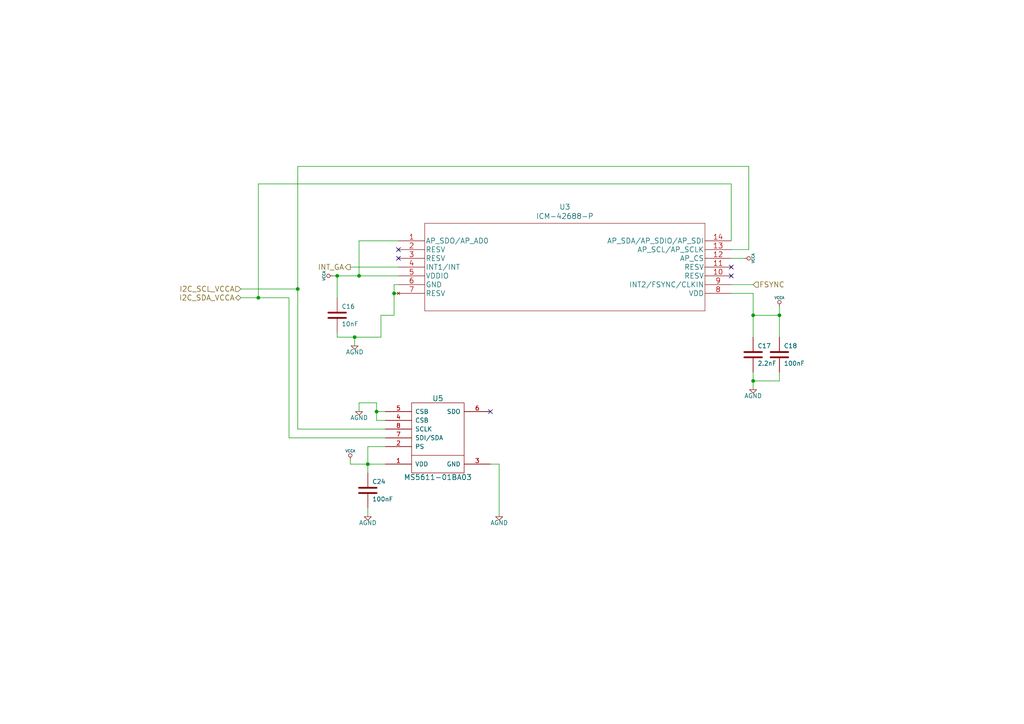
<source format=kicad_sch>
(kicad_sch (version 20211123) (generator eeschema)

  (uuid d91b4df3-08ca-4c95-92de-3004566cf2e7)

  (paper "A4")

  (title_block
    (title "IMU Board")
    (date "2021-08-29")
    (rev "Final")
    (company "ITCR Based on Bitcraze repository")
  )

  (lib_symbols
    (symbol "Crazyflie-contol-board-rescue:AGND" (power) (pin_names (offset 0.254)) (in_bom yes) (on_board yes)
      (property "Reference" "#PWR" (id 0) (at 0 0 0)
        (effects (font (size 1.016 1.016)) hide)
      )
      (property "Value" "AGND" (id 1) (at 0 -1.778 0)
        (effects (font (size 1.27 1.27)))
      )
      (property "Footprint" "" (id 2) (at 0 0 0)
        (effects (font (size 1.27 1.27)) hide)
      )
      (property "Datasheet" "" (id 3) (at 0 0 0)
        (effects (font (size 1.27 1.27)) hide)
      )
      (symbol "AGND_0_1"
        (polyline
          (pts
            (xy -1.016 0)
            (xy 1.016 0)
            (xy 0 -1.016)
            (xy -1.016 0)
          )
          (stroke (width 0) (type default) (color 0 0 0 0))
          (fill (type none))
        )
      )
      (symbol "AGND_1_1"
        (pin power_in line (at 0 0 90) (length 0) hide
          (name "AGND" (effects (font (size 1.016 1.016))))
          (number "1" (effects (font (size 1.016 1.016))))
        )
      )
    )
    (symbol "Crazyflie-contol-board-rescue:C" (pin_numbers hide) (pin_names (offset 0.254)) (in_bom yes) (on_board yes)
      (property "Reference" "C" (id 0) (at 1.27 2.54 0)
        (effects (font (size 1.27 1.27)) (justify left))
      )
      (property "Value" "C" (id 1) (at 1.27 -2.54 0)
        (effects (font (size 1.27 1.27)) (justify left))
      )
      (property "Footprint" "" (id 2) (at 0 0 0)
        (effects (font (size 1.27 1.27)) hide)
      )
      (property "Datasheet" "" (id 3) (at 0 0 0)
        (effects (font (size 1.27 1.27)) hide)
      )
      (property "ki_fp_filters" "SM* C? C1-1" (id 4) (at 0 0 0)
        (effects (font (size 1.27 1.27)) hide)
      )
      (symbol "C_0_1"
        (polyline
          (pts
            (xy -2.54 -0.762)
            (xy 2.54 -0.762)
          )
          (stroke (width 0.508) (type default) (color 0 0 0 0))
          (fill (type none))
        )
        (polyline
          (pts
            (xy -2.54 0.762)
            (xy 2.54 0.762)
          )
          (stroke (width 0.508) (type default) (color 0 0 0 0))
          (fill (type none))
        )
      )
      (symbol "C_1_1"
        (pin passive line (at 0 5.08 270) (length 4.318)
          (name "~" (effects (font (size 1.016 1.016))))
          (number "1" (effects (font (size 1.016 1.016))))
        )
        (pin passive line (at 0 -5.08 90) (length 4.318)
          (name "~" (effects (font (size 1.016 1.016))))
          (number "2" (effects (font (size 1.016 1.016))))
        )
      )
    )
    (symbol "Crazyflie-contol-board-rescue:MS5611-01BA01" (pin_names (offset 1.016)) (in_bom yes) (on_board yes)
      (property "Reference" "U" (id 0) (at 0 11.43 0)
        (effects (font (size 1.524 1.524)))
      )
      (property "Value" "MS5611-01BA01" (id 1) (at 0 -11.43 0)
        (effects (font (size 1.524 1.524)))
      )
      (property "Footprint" "" (id 2) (at 0 0 0)
        (effects (font (size 1.27 1.27)) hide)
      )
      (property "Datasheet" "" (id 3) (at 0 0 0)
        (effects (font (size 1.27 1.27)) hide)
      )
      (symbol "MS5611-01BA01_0_1"
        (rectangle (start -7.62 10.16) (end 7.62 -10.16)
          (stroke (width 0) (type default) (color 0 0 0 0))
          (fill (type none))
        )
        (polyline
          (pts
            (xy -7.62 -5.08)
            (xy 7.62 -5.08)
          )
          (stroke (width 0) (type default) (color 0 0 0 0))
          (fill (type none))
        )
      )
      (symbol "MS5611-01BA01_1_1"
        (pin power_in line (at -15.24 -7.62 0) (length 7.62)
          (name "VDD" (effects (font (size 1.27 1.27))))
          (number "1" (effects (font (size 1.27 1.27))))
        )
        (pin input line (at -15.24 -2.54 0) (length 7.62)
          (name "PS" (effects (font (size 1.27 1.27))))
          (number "2" (effects (font (size 1.27 1.27))))
        )
        (pin power_in line (at 15.24 -7.62 180) (length 7.62)
          (name "GND" (effects (font (size 1.27 1.27))))
          (number "3" (effects (font (size 1.27 1.27))))
        )
        (pin input line (at -15.24 5.08 0) (length 7.62)
          (name "CSB" (effects (font (size 1.27 1.27))))
          (number "4" (effects (font (size 1.27 1.27))))
        )
        (pin input line (at -15.24 7.62 0) (length 7.62)
          (name "CSB" (effects (font (size 1.27 1.27))))
          (number "5" (effects (font (size 1.27 1.27))))
        )
        (pin bidirectional line (at 15.24 7.62 180) (length 7.62)
          (name "SDO" (effects (font (size 1.27 1.27))))
          (number "6" (effects (font (size 1.27 1.27))))
        )
        (pin bidirectional line (at -15.24 0 0) (length 7.62)
          (name "SDI/SDA" (effects (font (size 1.27 1.27))))
          (number "7" (effects (font (size 1.27 1.27))))
        )
        (pin bidirectional line (at -15.24 2.54 0) (length 7.62)
          (name "SCLK" (effects (font (size 1.27 1.27))))
          (number "8" (effects (font (size 1.27 1.27))))
        )
      )
    )
    (symbol "Crazyflie-contol-board-rescue:VCCA" (power) (pin_names (offset 0)) (in_bom yes) (on_board yes)
      (property "Reference" "#PWR" (id 0) (at 0 2.54 0)
        (effects (font (size 0.762 0.762)) hide)
      )
      (property "Value" "VCCA" (id 1) (at 0 2.54 0)
        (effects (font (size 0.762 0.762)))
      )
      (property "Footprint" "" (id 2) (at 0 0 0)
        (effects (font (size 1.27 1.27)) hide)
      )
      (property "Datasheet" "" (id 3) (at 0 0 0)
        (effects (font (size 1.27 1.27)) hide)
      )
      (symbol "VCCA_0_0"
        (pin power_in line (at 0 0 90) (length 0) hide
          (name "VCCA" (effects (font (size 0.508 0.508))))
          (number "1" (effects (font (size 0.508 0.508))))
        )
      )
      (symbol "VCCA_0_1"
        (polyline
          (pts
            (xy 0 0)
            (xy 0 0.762)
            (xy 0 0.762)
          )
          (stroke (width 0) (type default) (color 0 0 0 0))
          (fill (type none))
        )
        (circle (center 0 1.27) (radius 0.508)
          (stroke (width 0) (type default) (color 0 0 0 0))
          (fill (type none))
        )
      )
    )
    (symbol "ICM:ICM-42688-P" (pin_names (offset 0.254)) (in_bom yes) (on_board yes)
      (property "Reference" "U" (id 0) (at 48.26 10.16 0)
        (effects (font (size 1.524 1.524)))
      )
      (property "Value" "ICM_ICM-42688-P" (id 1) (at 48.26 7.62 0)
        (effects (font (size 1.524 1.524)))
      )
      (property "Footprint" "LGA14_2P5X3X0P91_IVS" (id 2) (at 48.26 6.096 0)
        (effects (font (size 1.524 1.524)) hide)
      )
      (property "Datasheet" "" (id 3) (at 0 0 0)
        (effects (font (size 1.524 1.524)))
      )
      (property "ki_locked" "" (id 4) (at 0 0 0)
        (effects (font (size 1.27 1.27)))
      )
      (property "ki_fp_filters" "LGA14_2P5X3X0P91_IVS LGA14_2P5X3X0P91_IVS-M LGA14_2P5X3X0P91_IVS-L" (id 5) (at 0 0 0)
        (effects (font (size 1.27 1.27)) hide)
      )
      (symbol "ICM-42688-P_1_1"
        (polyline
          (pts
            (xy 7.62 -20.32)
            (xy 88.9 -20.32)
          )
          (stroke (width 0.127) (type default) (color 0 0 0 0))
          (fill (type none))
        )
        (polyline
          (pts
            (xy 7.62 5.08)
            (xy 7.62 -20.32)
          )
          (stroke (width 0.127) (type default) (color 0 0 0 0))
          (fill (type none))
        )
        (polyline
          (pts
            (xy 88.9 -20.32)
            (xy 88.9 5.08)
          )
          (stroke (width 0.127) (type default) (color 0 0 0 0))
          (fill (type none))
        )
        (polyline
          (pts
            (xy 88.9 5.08)
            (xy 7.62 5.08)
          )
          (stroke (width 0.127) (type default) (color 0 0 0 0))
          (fill (type none))
        )
        (pin bidirectional line (at 0 0 0) (length 7.62)
          (name "AP_SDO/AP_AD0" (effects (font (size 1.4986 1.4986))))
          (number "1" (effects (font (size 1.4986 1.4986))))
        )
        (pin no_connect line (at 96.52 -10.16 180) (length 7.62)
          (name "RESV" (effects (font (size 1.4986 1.4986))))
          (number "10" (effects (font (size 1.4986 1.4986))))
        )
        (pin no_connect line (at 96.52 -7.62 180) (length 7.62)
          (name "RESV" (effects (font (size 1.4986 1.4986))))
          (number "11" (effects (font (size 1.4986 1.4986))))
        )
        (pin unspecified line (at 96.52 -5.08 180) (length 7.62)
          (name "AP_CS" (effects (font (size 1.4986 1.4986))))
          (number "12" (effects (font (size 1.4986 1.4986))))
        )
        (pin unspecified line (at 96.52 -2.54 180) (length 7.62)
          (name "AP_SCL/AP_SCLK" (effects (font (size 1.4986 1.4986))))
          (number "13" (effects (font (size 1.4986 1.4986))))
        )
        (pin unspecified line (at 96.52 0 180) (length 7.62)
          (name "AP_SDA/AP_SDIO/AP_SDI" (effects (font (size 1.4986 1.4986))))
          (number "14" (effects (font (size 1.4986 1.4986))))
        )
        (pin no_connect line (at 0 -2.54 0) (length 7.62)
          (name "RESV" (effects (font (size 1.4986 1.4986))))
          (number "2" (effects (font (size 1.4986 1.4986))))
        )
        (pin no_connect line (at 0 -5.08 0) (length 7.62)
          (name "RESV" (effects (font (size 1.4986 1.4986))))
          (number "3" (effects (font (size 1.4986 1.4986))))
        )
        (pin bidirectional line (at 0 -7.62 0) (length 7.62)
          (name "INT1/INT" (effects (font (size 1.4986 1.4986))))
          (number "4" (effects (font (size 1.4986 1.4986))))
        )
        (pin power_in line (at 0 -10.16 0) (length 7.62)
          (name "VDDIO" (effects (font (size 1.4986 1.4986))))
          (number "5" (effects (font (size 1.4986 1.4986))))
        )
        (pin power_in line (at 0 -12.7 0) (length 7.62)
          (name "GND" (effects (font (size 1.4986 1.4986))))
          (number "6" (effects (font (size 1.4986 1.4986))))
        )
        (pin no_connect line (at 0 -15.24 0) (length 7.62)
          (name "RESV" (effects (font (size 1.4986 1.4986))))
          (number "7" (effects (font (size 1.4986 1.4986))))
        )
        (pin power_in line (at 96.52 -15.24 180) (length 7.62)
          (name "VDD" (effects (font (size 1.4986 1.4986))))
          (number "8" (effects (font (size 1.4986 1.4986))))
        )
        (pin bidirectional line (at 96.52 -12.7 180) (length 7.62)
          (name "INT2/FSYNC/CLKIN" (effects (font (size 1.4986 1.4986))))
          (number "9" (effects (font (size 1.4986 1.4986))))
        )
      )
    )
  )

  (junction (at 97.79 80.01) (diameter 0) (color 0 0 0 0)
    (uuid 02b1295e-cf95-47ff-9c57-f8ada28f2e94)
  )
  (junction (at 106.68 134.62) (diameter 0) (color 0 0 0 0)
    (uuid 0674c5a1-ca4b-4b6b-aa60-3847e1a37d52)
  )
  (junction (at 109.22 119.38) (diameter 0) (color 0 0 0 0)
    (uuid 0aa1e38d-f07a-4820-b628-a171234563bb)
  )
  (junction (at 114.3 85.09) (diameter 0) (color 0 0 0 0)
    (uuid 4d55ddc7-73be-49f7-98ea-a0ba474cbdb0)
  )
  (junction (at 104.14 80.01) (diameter 0) (color 0 0 0 0)
    (uuid 624c6565-c4fd-4d29-87af-f77dd1ba0898)
  )
  (junction (at 102.87 97.79) (diameter 0) (color 0 0 0 0)
    (uuid 7684f860-395c-40b3-8cc0-a644dcdbc220)
  )
  (junction (at 74.93 86.36) (diameter 0) (color 0 0 0 0)
    (uuid 92ec60c8-e914-4456-8d37-4b88fc0eb9c6)
  )
  (junction (at 218.44 110.49) (diameter 0) (color 0 0 0 0)
    (uuid 9bac5a37-2a55-41dd-96ea-ec02b69e3ef4)
  )
  (junction (at 226.06 91.44) (diameter 0) (color 0 0 0 0)
    (uuid acfcaba7-a8b8-4c21-a793-d3e0373f34dc)
  )
  (junction (at 218.44 91.44) (diameter 0) (color 0 0 0 0)
    (uuid b7ed4c31-5417-4fb5-9261-7dca42c1c776)
  )
  (junction (at 86.36 83.82) (diameter 0) (color 0 0 0 0)
    (uuid f205e125-3760-485b-b76a-dc2502dc5679)
  )

  (no_connect (at 115.57 72.39) (uuid 08ac4c42-16f0-4513-b91e-bf0b3a111257))
  (no_connect (at 142.24 119.38) (uuid 4375ab9a-cebb-448a-bb75-1fa4fe977171))
  (no_connect (at 212.09 80.01) (uuid 4d6dfe4f-0070-449e-bb5c-a3b1d4b26ba7))
  (no_connect (at 115.57 74.93) (uuid 4fc3183f-297c-42b7-b3bd-25a9ea18c844))
  (no_connect (at 212.09 77.47) (uuid 9b315454-a4a0-4952-bdbe-d4a8e96c16f9))

  (wire (pts (xy 115.57 77.47) (xy 101.6 77.47))
    (stroke (width 0) (type default) (color 0 0 0 0))
    (uuid 058e77a4-10af-4bc8-a984-5984d3bbee4c)
  )
  (wire (pts (xy 97.79 97.79) (xy 102.87 97.79))
    (stroke (width 0) (type default) (color 0 0 0 0))
    (uuid 0e18138e-f1a3-4288-bb34-3b6bcfb64ff6)
  )
  (wire (pts (xy 212.09 85.09) (xy 218.44 85.09))
    (stroke (width 0) (type default) (color 0 0 0 0))
    (uuid 0e416ef5-3e03-4fa4-b2a6-3ab634a5ee03)
  )
  (wire (pts (xy 226.06 107.95) (xy 226.06 110.49))
    (stroke (width 0) (type default) (color 0 0 0 0))
    (uuid 18e95a1d-9d1d-4b93-8e4c-2d03c344acc0)
  )
  (wire (pts (xy 109.22 116.84) (xy 109.22 119.38))
    (stroke (width 0) (type default) (color 0 0 0 0))
    (uuid 1a85ffd6-ef8b-418f-990e-456d1ffab00e)
  )
  (wire (pts (xy 104.14 116.84) (xy 109.22 116.84))
    (stroke (width 0) (type default) (color 0 0 0 0))
    (uuid 1f01b2a1-9ae4-4793-9d17-5ed5c0966b9f)
  )
  (wire (pts (xy 86.36 83.82) (xy 86.36 124.46))
    (stroke (width 0) (type default) (color 0 0 0 0))
    (uuid 245a6fb4-6361-4438-82ca-8861d43ca7f5)
  )
  (wire (pts (xy 106.68 134.62) (xy 106.68 129.54))
    (stroke (width 0) (type default) (color 0 0 0 0))
    (uuid 296ded40-ed53-4798-8db4-dad7b794226b)
  )
  (wire (pts (xy 106.68 134.62) (xy 101.6 134.62))
    (stroke (width 0) (type default) (color 0 0 0 0))
    (uuid 2e0f69a6-955c-44f2-af4d-b4ad566ef54b)
  )
  (wire (pts (xy 104.14 80.01) (xy 115.57 80.01))
    (stroke (width 0) (type default) (color 0 0 0 0))
    (uuid 337d1242-91ab-4446-8b9e-7609c6a49e3c)
  )
  (wire (pts (xy 74.93 53.34) (xy 74.93 86.36))
    (stroke (width 0) (type default) (color 0 0 0 0))
    (uuid 3675ad1a-972f-4046-b23a-e6ca04304035)
  )
  (wire (pts (xy 226.06 88.9) (xy 226.06 91.44))
    (stroke (width 0) (type default) (color 0 0 0 0))
    (uuid 3b19a97f-624a-48d9-8072-15bdeede0fff)
  )
  (wire (pts (xy 226.06 110.49) (xy 218.44 110.49))
    (stroke (width 0) (type default) (color 0 0 0 0))
    (uuid 3dfbccca-f469-4a6f-a8bd-5f55435b5cfa)
  )
  (wire (pts (xy 218.44 85.09) (xy 218.44 91.44))
    (stroke (width 0) (type default) (color 0 0 0 0))
    (uuid 44509293-79e2-4fab-8860-b0cecb591afa)
  )
  (wire (pts (xy 218.44 113.03) (xy 218.44 110.49))
    (stroke (width 0) (type default) (color 0 0 0 0))
    (uuid 45b7fe01-a2fa-40c2-a3a2-4a9ae7c34dba)
  )
  (wire (pts (xy 83.82 127) (xy 111.76 127))
    (stroke (width 0) (type default) (color 0 0 0 0))
    (uuid 47be24ee-e15b-4cee-b84b-350111ac1499)
  )
  (wire (pts (xy 83.82 86.36) (xy 83.82 127))
    (stroke (width 0) (type default) (color 0 0 0 0))
    (uuid 49b38f13-9789-4c6d-bbd5-2c69a9e19e69)
  )
  (wire (pts (xy 69.85 83.82) (xy 86.36 83.82))
    (stroke (width 0) (type default) (color 0 0 0 0))
    (uuid 4c4b4317-29d0-438a-b331-525ede18773a)
  )
  (wire (pts (xy 144.78 134.62) (xy 144.78 149.86))
    (stroke (width 0) (type default) (color 0 0 0 0))
    (uuid 4e66ba18-389e-4ff9-97c1-8bd8fb047a01)
  )
  (wire (pts (xy 115.57 69.85) (xy 104.14 69.85))
    (stroke (width 0) (type default) (color 0 0 0 0))
    (uuid 5290e0d7-1f24-4c0b-91ff-28c5a304ab9a)
  )
  (wire (pts (xy 86.36 48.26) (xy 86.36 83.82))
    (stroke (width 0) (type default) (color 0 0 0 0))
    (uuid 59142adb-6887-41fc-851e-9a7f51511d60)
  )
  (wire (pts (xy 217.17 72.39) (xy 217.17 48.26))
    (stroke (width 0) (type default) (color 0 0 0 0))
    (uuid 5b04e20f-8575-4362-b040-2e2133d670c8)
  )
  (wire (pts (xy 97.79 80.01) (xy 97.79 86.36))
    (stroke (width 0) (type default) (color 0 0 0 0))
    (uuid 617edc57-1dbf-4296-b365-6d76f68a1c0f)
  )
  (wire (pts (xy 115.57 82.55) (xy 114.3 82.55))
    (stroke (width 0) (type default) (color 0 0 0 0))
    (uuid 62a1b97d-067d-487c-835b-0166330d25fe)
  )
  (wire (pts (xy 97.79 80.01) (xy 104.14 80.01))
    (stroke (width 0) (type default) (color 0 0 0 0))
    (uuid 69f75991-c8c0-49a9-aed8-daa6ca9a5d73)
  )
  (wire (pts (xy 226.06 91.44) (xy 226.06 97.79))
    (stroke (width 0) (type default) (color 0 0 0 0))
    (uuid 6ae901e7-3f37-4fdc-9fbb-f82666744826)
  )
  (wire (pts (xy 86.36 124.46) (xy 111.76 124.46))
    (stroke (width 0) (type default) (color 0 0 0 0))
    (uuid 71079b24-2e2e-494b-a607-86ccdae75c6e)
  )
  (wire (pts (xy 218.44 110.49) (xy 218.44 107.95))
    (stroke (width 0) (type default) (color 0 0 0 0))
    (uuid 751752b1-1f0f-490c-ba43-2d34c357b41e)
  )
  (wire (pts (xy 106.68 137.16) (xy 106.68 134.62))
    (stroke (width 0) (type default) (color 0 0 0 0))
    (uuid 835d4ac3-3fb1-48d9-8c28-6093fe917376)
  )
  (wire (pts (xy 69.85 86.36) (xy 74.93 86.36))
    (stroke (width 0) (type default) (color 0 0 0 0))
    (uuid 83d9db3e-661a-47bf-b26c-99313ad8bac9)
  )
  (wire (pts (xy 226.06 91.44) (xy 218.44 91.44))
    (stroke (width 0) (type default) (color 0 0 0 0))
    (uuid 87f44303-a6e8-48e5-bb6d-f89abb09a999)
  )
  (wire (pts (xy 217.17 48.26) (xy 86.36 48.26))
    (stroke (width 0) (type default) (color 0 0 0 0))
    (uuid 8e715b73-353f-4cfc-aa33-1eac54b89b6c)
  )
  (wire (pts (xy 101.6 134.62) (xy 101.6 133.35))
    (stroke (width 0) (type default) (color 0 0 0 0))
    (uuid 9fa58e42-4d1f-4e7f-a5a2-6fc9857446e3)
  )
  (wire (pts (xy 106.68 129.54) (xy 111.76 129.54))
    (stroke (width 0) (type default) (color 0 0 0 0))
    (uuid aae29862-3850-48eb-b7a8-38a62a8029dd)
  )
  (wire (pts (xy 212.09 82.55) (xy 218.44 82.55))
    (stroke (width 0) (type default) (color 0 0 0 0))
    (uuid aaf0fd50-bb22-4408-be5a-88f5ba4193be)
  )
  (wire (pts (xy 97.79 97.79) (xy 97.79 96.52))
    (stroke (width 0) (type default) (color 0 0 0 0))
    (uuid acd72527-a657-482d-a530-89a1347375fc)
  )
  (wire (pts (xy 115.57 85.09) (xy 114.3 85.09))
    (stroke (width 0) (type default) (color 0 0 0 0))
    (uuid ae293969-fa6d-4cb1-9969-16f8784d07e3)
  )
  (wire (pts (xy 212.09 72.39) (xy 217.17 72.39))
    (stroke (width 0) (type default) (color 0 0 0 0))
    (uuid baa534a0-611b-4c48-8e86-5106dc852bd8)
  )
  (wire (pts (xy 218.44 91.44) (xy 218.44 97.79))
    (stroke (width 0) (type default) (color 0 0 0 0))
    (uuid bb5e8a0f-2ed5-4c2a-91b7-cb63c4c66e15)
  )
  (wire (pts (xy 114.3 82.55) (xy 114.3 85.09))
    (stroke (width 0) (type default) (color 0 0 0 0))
    (uuid bb673c7a-d2b0-45b0-bfe2-0b113c092a77)
  )
  (wire (pts (xy 212.09 74.93) (xy 215.9 74.93))
    (stroke (width 0) (type default) (color 0 0 0 0))
    (uuid bbb99edd-f016-43ea-b1c7-0bcdd1915ee8)
  )
  (wire (pts (xy 142.24 134.62) (xy 144.78 134.62))
    (stroke (width 0) (type default) (color 0 0 0 0))
    (uuid bf26cee8-9c9f-4547-9a40-e7028b986d1e)
  )
  (wire (pts (xy 109.22 121.92) (xy 111.76 121.92))
    (stroke (width 0) (type default) (color 0 0 0 0))
    (uuid cc5561df-9d20-4574-af60-64f10025a0ed)
  )
  (wire (pts (xy 109.22 119.38) (xy 109.22 121.92))
    (stroke (width 0) (type default) (color 0 0 0 0))
    (uuid cce1404b-fc30-47cc-b852-e0061990f2bb)
  )
  (wire (pts (xy 106.68 147.32) (xy 106.68 149.86))
    (stroke (width 0) (type default) (color 0 0 0 0))
    (uuid d0111086-5d68-4ab0-b707-7da6b263c90b)
  )
  (wire (pts (xy 96.52 80.01) (xy 97.79 80.01))
    (stroke (width 0) (type default) (color 0 0 0 0))
    (uuid d4876469-b949-49ce-b8fe-43cb458692a4)
  )
  (wire (pts (xy 104.14 69.85) (xy 104.14 80.01))
    (stroke (width 0) (type default) (color 0 0 0 0))
    (uuid d68589fa-205b-4356-a20d-821c85f5f45e)
  )
  (wire (pts (xy 102.87 97.79) (xy 102.87 100.33))
    (stroke (width 0) (type default) (color 0 0 0 0))
    (uuid d9198b20-68ab-4f03-9039-95a74aeba0d6)
  )
  (wire (pts (xy 114.3 85.09) (xy 114.3 91.44))
    (stroke (width 0) (type default) (color 0 0 0 0))
    (uuid d9ad01c4-9416-4b1f-8447-afc1d446fa8a)
  )
  (wire (pts (xy 110.49 97.79) (xy 102.87 97.79))
    (stroke (width 0) (type default) (color 0 0 0 0))
    (uuid dbfb14d7-1f97-4dd2-9004-1d129d3b4221)
  )
  (wire (pts (xy 111.76 134.62) (xy 106.68 134.62))
    (stroke (width 0) (type default) (color 0 0 0 0))
    (uuid dc0df782-a446-4364-8dc7-0190637b5f77)
  )
  (wire (pts (xy 114.3 91.44) (xy 110.49 91.44))
    (stroke (width 0) (type default) (color 0 0 0 0))
    (uuid e0781b80-6f1b-4d08-b53f-b7d3f582e2ea)
  )
  (wire (pts (xy 104.14 119.38) (xy 104.14 116.84))
    (stroke (width 0) (type default) (color 0 0 0 0))
    (uuid e2df2a45-3811-4210-89e0-9a66f3cb9430)
  )
  (wire (pts (xy 110.49 91.44) (xy 110.49 97.79))
    (stroke (width 0) (type default) (color 0 0 0 0))
    (uuid e6cd2cdd-d49b-4491-8a15-4c46254b5c0a)
  )
  (wire (pts (xy 74.93 86.36) (xy 83.82 86.36))
    (stroke (width 0) (type default) (color 0 0 0 0))
    (uuid edb2db40-12f7-45b3-a514-2a1299ac0231)
  )
  (wire (pts (xy 111.76 119.38) (xy 109.22 119.38))
    (stroke (width 0) (type default) (color 0 0 0 0))
    (uuid f2a44eaf-666f-422c-bb4d-a717499c3d1a)
  )
  (wire (pts (xy 212.09 69.85) (xy 212.09 53.34))
    (stroke (width 0) (type default) (color 0 0 0 0))
    (uuid f58fca4c-73af-416f-b236-f3bb62b8fd00)
  )
  (wire (pts (xy 74.93 53.34) (xy 212.09 53.34))
    (stroke (width 0) (type default) (color 0 0 0 0))
    (uuid f60d71f9-9a8e-4a62-960d-f7b9664aea76)
  )

  (hierarchical_label "I2C_SCL_VCCA" (shape input) (at 69.85 83.82 180)
    (effects (font (size 1.524 1.524)) (justify right))
    (uuid 0bbd2e43-3eb0-4216-861b-a58366dbe43d)
  )
  (hierarchical_label "FSYNC" (shape input) (at 218.44 82.55 0)
    (effects (font (size 1.524 1.524)) (justify left))
    (uuid 1eca5f72-2356-4c55-919d-595727faf3b9)
  )
  (hierarchical_label "I2C_SDA_VCCA" (shape bidirectional) (at 69.85 86.36 180)
    (effects (font (size 1.524 1.524)) (justify right))
    (uuid 44e993be-f2df-4e61-a598-dfd6e106a208)
  )
  (hierarchical_label "INT_GA" (shape output) (at 101.6 77.47 180)
    (effects (font (size 1.524 1.524)) (justify right))
    (uuid 6239967a-77bd-4ec9-89cd-e04efd8dbe26)
  )

  (symbol (lib_id "Crazyflie-contol-board-rescue:C") (at 218.44 102.87 0) (unit 1)
    (in_bom yes) (on_board yes)
    (uuid 00000000-0000-0000-0000-00004f679a91)
    (property "Reference" "C17" (id 0) (at 219.71 100.33 0)
      (effects (font (size 1.27 1.27)) (justify left))
    )
    (property "Value" "2.2nF" (id 1) (at 219.71 105.41 0)
      (effects (font (size 1.27 1.27)) (justify left))
    )
    (property "Footprint" "SM0603_Capa" (id 2) (at 218.44 102.87 0)
      (effects (font (size 1.524 1.524)) hide)
    )
    (property "Datasheet" "" (id 3) (at 218.44 102.87 0)
      (effects (font (size 1.27 1.27)) hide)
    )
    (pin "1" (uuid 68617ba5-42bf-490f-8799-0863bd897117))
    (pin "2" (uuid a8d0f58f-0f06-444b-8a1a-c732d79b81a2))
  )

  (symbol (lib_id "Crazyflie-contol-board-rescue:AGND") (at 218.44 113.03 0) (unit 1)
    (in_bom yes) (on_board yes)
    (uuid 00000000-0000-0000-0000-00004f679afc)
    (property "Reference" "#PWR040" (id 0) (at 218.44 113.03 0)
      (effects (font (size 1.016 1.016)) hide)
    )
    (property "Value" "AGND" (id 1) (at 218.44 114.808 0))
    (property "Footprint" "" (id 2) (at 218.44 113.03 0)
      (effects (font (size 1.27 1.27)) hide)
    )
    (property "Datasheet" "" (id 3) (at 218.44 113.03 0)
      (effects (font (size 1.27 1.27)) hide)
    )
    (pin "1" (uuid d4a14347-f106-4fab-9c3e-cd8a875c683c))
  )

  (symbol (lib_id "Crazyflie-contol-board-rescue:C") (at 97.79 91.44 0) (unit 1)
    (in_bom yes) (on_board yes)
    (uuid 00000000-0000-0000-0000-00004f679c97)
    (property "Reference" "C16" (id 0) (at 99.06 88.9 0)
      (effects (font (size 1.27 1.27)) (justify left))
    )
    (property "Value" "10nF" (id 1) (at 99.06 93.98 0)
      (effects (font (size 1.27 1.27)) (justify left))
    )
    (property "Footprint" "SM0603_Capa" (id 2) (at 97.79 91.44 0)
      (effects (font (size 1.524 1.524)) hide)
    )
    (property "Datasheet" "" (id 3) (at 97.79 91.44 0)
      (effects (font (size 1.27 1.27)) hide)
    )
    (pin "1" (uuid a49b3da8-6010-4095-aa91-6b927d37e1a9))
    (pin "2" (uuid 9397f066-146e-4896-a893-48ef11276451))
  )

  (symbol (lib_id "Crazyflie-contol-board-rescue:C") (at 226.06 102.87 0) (unit 1)
    (in_bom yes) (on_board yes)
    (uuid 00000000-0000-0000-0000-00004f679fc3)
    (property "Reference" "C18" (id 0) (at 227.33 100.33 0)
      (effects (font (size 1.27 1.27)) (justify left))
    )
    (property "Value" "100nF" (id 1) (at 227.33 105.41 0)
      (effects (font (size 1.27 1.27)) (justify left))
    )
    (property "Footprint" "SM0603_Capa" (id 2) (at 226.06 102.87 0)
      (effects (font (size 1.524 1.524)) hide)
    )
    (property "Datasheet" "" (id 3) (at 226.06 102.87 0)
      (effects (font (size 1.27 1.27)) hide)
    )
    (pin "1" (uuid 57be4481-578e-480a-b137-dcb8fd95babf))
    (pin "2" (uuid 9180d7c2-ce82-4cd5-b2d5-d944586fb090))
  )

  (symbol (lib_id "Crazyflie-contol-board-rescue:MS5611-01BA01") (at 127 127 0) (unit 1)
    (in_bom yes) (on_board yes)
    (uuid 00000000-0000-0000-0000-00004f6999f7)
    (property "Reference" "U5" (id 0) (at 127 115.57 0)
      (effects (font (size 1.524 1.524)))
    )
    (property "Value" "MS5611-01BA03" (id 1) (at 127 138.43 0)
      (effects (font (size 1.524 1.524)))
    )
    (property "Footprint" "MS5611" (id 2) (at 127 135.89 0)
      (effects (font (size 1.524 1.524)) hide)
    )
    (property "Datasheet" "" (id 3) (at 127 127 0)
      (effects (font (size 1.27 1.27)) hide)
    )
    (property "Fält4" "Measurement Specialties" (id 4) (at 127 127 0)
      (effects (font (size 1.524 1.524)) hide)
    )
    (property "Fält5" "MS5611-01BA03" (id 5) (at 127 127 0)
      (effects (font (size 1.524 1.524)) hide)
    )
    (pin "1" (uuid 435960f9-5f02-4a62-b70b-90c1310d341d))
    (pin "2" (uuid 245afab8-87c2-4797-af78-aa00d5229c94))
    (pin "3" (uuid ee19a334-b72e-4d54-9a8e-a742ee56e7f1))
    (pin "4" (uuid 5ee97714-8ad8-47a4-bd70-3ebc8406c7b5))
    (pin "5" (uuid 093c99d2-6e87-428b-a172-e8573afe4705))
    (pin "6" (uuid 40f2d922-dc77-4165-a4ba-77aa54d0f1fa))
    (pin "7" (uuid 53ca97d4-db85-46f1-866a-72ac5fba2bbf))
    (pin "8" (uuid 7e97b323-0f13-4745-becc-fa60e39b31ab))
  )

  (symbol (lib_id "Crazyflie-contol-board-rescue:AGND") (at 144.78 149.86 0) (unit 1)
    (in_bom yes) (on_board yes)
    (uuid 00000000-0000-0000-0000-00004f699a16)
    (property "Reference" "#PWR034" (id 0) (at 144.78 149.86 0)
      (effects (font (size 1.016 1.016)) hide)
    )
    (property "Value" "AGND" (id 1) (at 144.78 151.638 0))
    (property "Footprint" "" (id 2) (at 144.78 149.86 0)
      (effects (font (size 1.27 1.27)) hide)
    )
    (property "Datasheet" "" (id 3) (at 144.78 149.86 0)
      (effects (font (size 1.27 1.27)) hide)
    )
    (pin "1" (uuid 988c23bd-6bf9-4ea3-a1d5-3f5ff466a45e))
  )

  (symbol (lib_id "Crazyflie-contol-board-rescue:AGND") (at 106.68 149.86 0) (unit 1)
    (in_bom yes) (on_board yes)
    (uuid 00000000-0000-0000-0000-00004f699a1c)
    (property "Reference" "#PWR033" (id 0) (at 106.68 149.86 0)
      (effects (font (size 1.016 1.016)) hide)
    )
    (property "Value" "AGND" (id 1) (at 106.68 151.638 0))
    (property "Footprint" "" (id 2) (at 106.68 149.86 0)
      (effects (font (size 1.27 1.27)) hide)
    )
    (property "Datasheet" "" (id 3) (at 106.68 149.86 0)
      (effects (font (size 1.27 1.27)) hide)
    )
    (pin "1" (uuid f8371471-4211-4368-9dd3-157e5ded70c0))
  )

  (symbol (lib_id "Crazyflie-contol-board-rescue:C") (at 106.68 142.24 0) (unit 1)
    (in_bom yes) (on_board yes)
    (uuid 00000000-0000-0000-0000-00004f699a20)
    (property "Reference" "C24" (id 0) (at 107.95 139.7 0)
      (effects (font (size 1.27 1.27)) (justify left))
    )
    (property "Value" "100nF" (id 1) (at 107.95 144.78 0)
      (effects (font (size 1.27 1.27)) (justify left))
    )
    (property "Footprint" "SM0603_Capa" (id 2) (at 106.68 142.24 0)
      (effects (font (size 1.524 1.524)) hide)
    )
    (property "Datasheet" "" (id 3) (at 106.68 142.24 0)
      (effects (font (size 1.27 1.27)) hide)
    )
    (pin "1" (uuid e0c493ec-d4a1-42a2-9d32-6efc5916ca66))
    (pin "2" (uuid 10d4acf9-eb07-4704-a954-054e4658f650))
  )

  (symbol (lib_id "Crazyflie-contol-board-rescue:AGND") (at 104.14 119.38 0) (unit 1)
    (in_bom yes) (on_board yes)
    (uuid 00000000-0000-0000-0000-00004f699a57)
    (property "Reference" "#PWR032" (id 0) (at 104.14 119.38 0)
      (effects (font (size 1.016 1.016)) hide)
    )
    (property "Value" "AGND" (id 1) (at 104.14 121.158 0))
    (property "Footprint" "" (id 2) (at 104.14 119.38 0)
      (effects (font (size 1.27 1.27)) hide)
    )
    (property "Datasheet" "" (id 3) (at 104.14 119.38 0)
      (effects (font (size 1.27 1.27)) hide)
    )
    (pin "1" (uuid 2097c02a-9419-426d-a010-cdecd44e7e36))
  )

  (symbol (lib_id "Crazyflie-contol-board-rescue:VCCA") (at 101.6 133.35 0) (unit 1)
    (in_bom yes) (on_board yes)
    (uuid 00000000-0000-0000-0000-00004f699ab7)
    (property "Reference" "#PWR031" (id 0) (at 101.6 130.81 0)
      (effects (font (size 0.762 0.762)) hide)
    )
    (property "Value" "VCCA" (id 1) (at 101.6 130.81 0)
      (effects (font (size 0.762 0.762)))
    )
    (property "Footprint" "" (id 2) (at 101.6 133.35 0)
      (effects (font (size 1.27 1.27)) hide)
    )
    (property "Datasheet" "" (id 3) (at 101.6 133.35 0)
      (effects (font (size 1.27 1.27)) hide)
    )
    (pin "1" (uuid 1e9dcbc0-ed04-41e3-9512-fbb37cd7d179))
  )

  (symbol (lib_id "ICM:ICM-42688-P") (at 115.57 69.85 0) (unit 1)
    (in_bom yes) (on_board yes)
    (uuid 00000000-0000-0000-0000-0000612496a7)
    (property "Reference" "U3" (id 0) (at 163.83 60.0202 0)
      (effects (font (size 1.524 1.524)))
    )
    (property "Value" "ICM-42688-P" (id 1) (at 163.83 62.7126 0)
      (effects (font (size 1.524 1.524)))
    )
    (property "Footprint" "ICM:ICM-42688-P" (id 2) (at 163.83 63.754 0)
      (effects (font (size 1.524 1.524)) hide)
    )
    (property "Datasheet" "" (id 3) (at 115.57 69.85 0)
      (effects (font (size 1.524 1.524)))
    )
    (pin "1" (uuid d1dfa0d9-6085-48b0-8c67-e7d0c2f5ffb4))
    (pin "10" (uuid 684dd321-c877-439a-a4d1-bec26f55cf89))
    (pin "11" (uuid 7af2029e-2b92-4284-9c35-cc656514173c))
    (pin "12" (uuid d9995dd7-4a06-4a52-9152-cf099c9e9707))
    (pin "13" (uuid a3f3a018-6a6b-4914-95d4-b6f25692820f))
    (pin "14" (uuid 9c476165-300e-4e08-a354-4288b203c377))
    (pin "2" (uuid 141d55e7-f9fa-486e-a08c-0c5785aa9581))
    (pin "3" (uuid b910f5a9-203b-4617-b055-34ba181d7395))
    (pin "4" (uuid 5c6b1739-bddf-40c7-873c-328e9672302a))
    (pin "5" (uuid d7208a74-6fe9-46b0-b74b-3a9c1ced3fc4))
    (pin "6" (uuid 4dee428b-9873-45f7-9e00-b3849b95bf1c))
    (pin "7" (uuid c96c3a49-3f05-45b3-9f34-07e1339feb50))
    (pin "8" (uuid c148c1ef-0e9d-4e98-93bb-63ce4325ce1d))
    (pin "9" (uuid 22f315f8-0151-4d27-8242-3486735e4932))
  )

  (symbol (lib_id "Crazyflie-contol-board-rescue:VCCA") (at 226.06 88.9 0) (unit 1)
    (in_bom yes) (on_board yes)
    (uuid 00000000-0000-0000-0000-00006125f2f8)
    (property "Reference" "#PWR0101" (id 0) (at 226.06 86.36 0)
      (effects (font (size 0.762 0.762)) hide)
    )
    (property "Value" "VCCA" (id 1) (at 226.06 86.36 0)
      (effects (font (size 0.762 0.762)))
    )
    (property "Footprint" "" (id 2) (at 226.06 88.9 0)
      (effects (font (size 1.27 1.27)) hide)
    )
    (property "Datasheet" "" (id 3) (at 226.06 88.9 0)
      (effects (font (size 1.27 1.27)) hide)
    )
    (pin "1" (uuid 7c11a07f-525c-45a7-9ad1-361ea90615cc))
  )

  (symbol (lib_id "Crazyflie-contol-board-rescue:AGND") (at 102.87 100.33 0) (unit 1)
    (in_bom yes) (on_board yes)
    (uuid 00000000-0000-0000-0000-0000612661ce)
    (property "Reference" "#PWR0102" (id 0) (at 102.87 100.33 0)
      (effects (font (size 1.016 1.016)) hide)
    )
    (property "Value" "AGND" (id 1) (at 102.87 102.108 0))
    (property "Footprint" "" (id 2) (at 102.87 100.33 0)
      (effects (font (size 1.27 1.27)) hide)
    )
    (property "Datasheet" "" (id 3) (at 102.87 100.33 0)
      (effects (font (size 1.27 1.27)) hide)
    )
    (pin "1" (uuid 6a680daf-5077-4fe1-a6fb-381b32e17c20))
  )

  (symbol (lib_id "Crazyflie-contol-board-rescue:VCCA") (at 215.9 74.93 270) (unit 1)
    (in_bom yes) (on_board yes)
    (uuid 00000000-0000-0000-0000-00006127c302)
    (property "Reference" "#PWR0103" (id 0) (at 218.44 74.93 0)
      (effects (font (size 0.762 0.762)) hide)
    )
    (property "Value" "VCCA" (id 1) (at 218.44 74.93 0)
      (effects (font (size 0.762 0.762)))
    )
    (property "Footprint" "" (id 2) (at 215.9 74.93 0)
      (effects (font (size 1.27 1.27)) hide)
    )
    (property "Datasheet" "" (id 3) (at 215.9 74.93 0)
      (effects (font (size 1.27 1.27)) hide)
    )
    (pin "1" (uuid aed6fd45-9008-49c0-8589-6686d15e36cc))
  )

  (symbol (lib_id "Crazyflie-contol-board-rescue:VCCA") (at 96.52 80.01 90) (unit 1)
    (in_bom yes) (on_board yes)
    (uuid 00000000-0000-0000-0000-0000612b8eb2)
    (property "Reference" "#PWR0104" (id 0) (at 93.98 80.01 0)
      (effects (font (size 0.762 0.762)) hide)
    )
    (property "Value" "VCCA" (id 1) (at 93.98 80.01 0)
      (effects (font (size 0.762 0.762)))
    )
    (property "Footprint" "" (id 2) (at 96.52 80.01 0)
      (effects (font (size 1.27 1.27)) hide)
    )
    (property "Datasheet" "" (id 3) (at 96.52 80.01 0)
      (effects (font (size 1.27 1.27)) hide)
    )
    (pin "1" (uuid 1947ea8e-3ea5-493b-ab1c-4e8c5a675398))
  )
)

</source>
